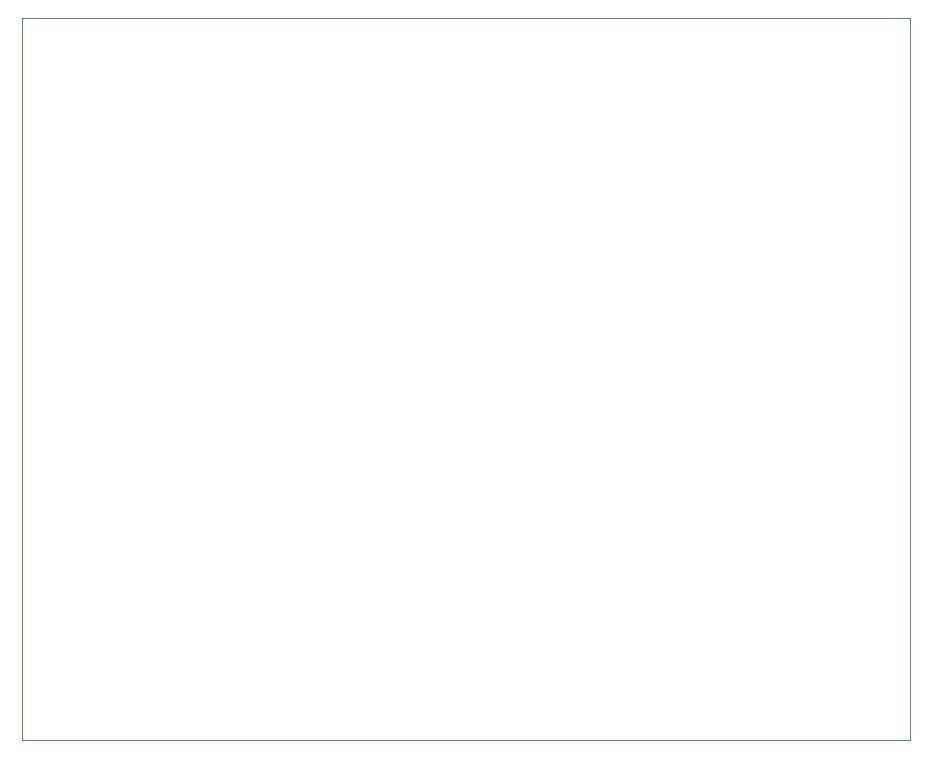
<source format=gbr>
G04 #@! TF.FileFunction,Profile,NP*
%FSLAX46Y46*%
G04 Gerber Fmt 4.6, Leading zero omitted, Abs format (unit mm)*
G04 Created by KiCad (PCBNEW 4.0.2-stable) date 2016-08-13 10:38.46*
%MOMM*%
G01*
G04 APERTURE LIST*
%ADD10C,0.100000*%
%ADD11C,0.000100*%
G04 APERTURE END LIST*
D10*
D11*
X100000000Y-161100000D02*
X100000000Y-100000000D01*
X175200000Y-161100000D02*
X100000000Y-161100000D01*
X175200000Y-100000000D02*
X175200000Y-161100000D01*
X100000000Y-100000000D02*
X175200000Y-100000000D01*
M02*

</source>
